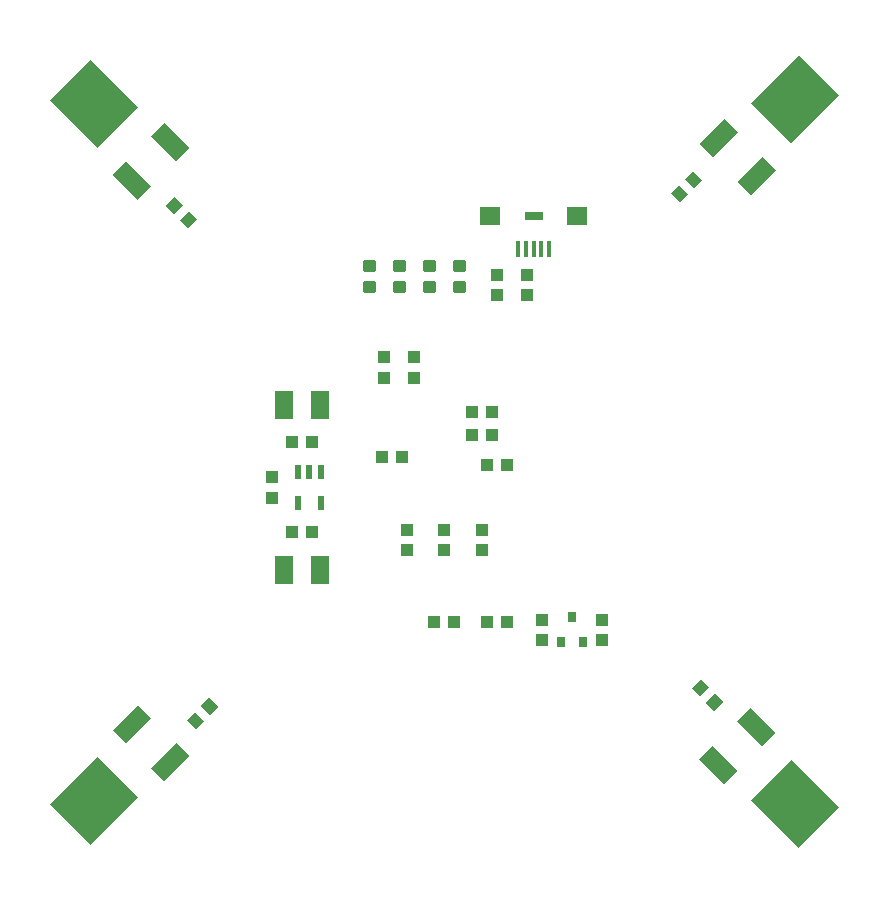
<source format=gtp>
G75*
%MOIN*%
%OFA0B0*%
%FSLAX25Y25*%
%IPPOS*%
%LPD*%
%AMOC8*
5,1,8,0,0,1.08239X$1,22.5*
%
%ADD10R,0.03937X0.04331*%
%ADD11R,0.06299X0.09449*%
%ADD12R,0.04331X0.03937*%
%ADD13C,0.01181*%
%ADD14R,0.01575X0.05709*%
%ADD15R,0.07087X0.05906*%
%ADD16R,0.05906X0.02756*%
%ADD17R,0.02165X0.04724*%
%ADD18R,0.06299X0.11811*%
%ADD19R,0.19000X0.22500*%
%ADD20R,0.03150X0.03543*%
D10*
G36*
X0408107Y0199373D02*
X0410890Y0202156D01*
X0413951Y0199095D01*
X0411168Y0196312D01*
X0408107Y0199373D01*
G37*
G36*
X0412840Y0204105D02*
X0415623Y0206888D01*
X0418684Y0203827D01*
X0415901Y0201044D01*
X0412840Y0204105D01*
G37*
X0481576Y0256005D03*
X0481576Y0262698D03*
X0494076Y0262698D03*
X0494076Y0256005D03*
X0506576Y0256005D03*
X0506576Y0262698D03*
X0508229Y0231851D03*
X0514922Y0231851D03*
X0497422Y0231851D03*
X0490729Y0231851D03*
X0436576Y0273505D03*
X0436576Y0280198D03*
X0484076Y0313505D03*
X0484076Y0320198D03*
X0503229Y0301851D03*
X0509922Y0301851D03*
X0509902Y0294351D03*
X0503209Y0294351D03*
G36*
X0575311Y0374597D02*
X0572528Y0371814D01*
X0569467Y0374875D01*
X0572250Y0377658D01*
X0575311Y0374597D01*
G37*
G36*
X0580044Y0379330D02*
X0577261Y0376547D01*
X0574200Y0379608D01*
X0576983Y0382391D01*
X0580044Y0379330D01*
G37*
G36*
X0408830Y0369087D02*
X0411613Y0366304D01*
X0408552Y0363243D01*
X0405769Y0366026D01*
X0408830Y0369087D01*
G37*
G36*
X0404097Y0373820D02*
X0406880Y0371037D01*
X0403819Y0367976D01*
X0401036Y0370759D01*
X0404097Y0373820D01*
G37*
G36*
X0579322Y0207115D02*
X0576539Y0209898D01*
X0579600Y0212959D01*
X0582383Y0210176D01*
X0579322Y0207115D01*
G37*
G36*
X0584054Y0202383D02*
X0581271Y0205166D01*
X0584332Y0208227D01*
X0587115Y0205444D01*
X0584054Y0202383D01*
G37*
D11*
X0452481Y0249351D03*
X0440670Y0249351D03*
X0440670Y0304351D03*
X0452481Y0304351D03*
D12*
X0449922Y0291851D03*
X0443229Y0291851D03*
X0443229Y0261851D03*
X0449922Y0261851D03*
X0473229Y0286851D03*
X0479922Y0286851D03*
X0508229Y0284351D03*
X0514922Y0284351D03*
X0474076Y0313505D03*
X0474076Y0320198D03*
X0511576Y0341005D03*
X0511576Y0347698D03*
X0521576Y0347698D03*
X0521576Y0341005D03*
X0526576Y0232698D03*
X0526576Y0226005D03*
X0546576Y0226005D03*
X0546576Y0232698D03*
D13*
X0500454Y0345150D02*
X0497698Y0345150D01*
X0500454Y0345150D02*
X0500454Y0342394D01*
X0497698Y0342394D01*
X0497698Y0345150D01*
X0497698Y0343574D02*
X0500454Y0343574D01*
X0500454Y0344754D02*
X0497698Y0344754D01*
X0497698Y0352056D02*
X0500454Y0352056D01*
X0500454Y0349300D01*
X0497698Y0349300D01*
X0497698Y0352056D01*
X0497698Y0350480D02*
X0500454Y0350480D01*
X0500454Y0351660D02*
X0497698Y0351660D01*
X0490454Y0352056D02*
X0487698Y0352056D01*
X0490454Y0352056D02*
X0490454Y0349300D01*
X0487698Y0349300D01*
X0487698Y0352056D01*
X0487698Y0350480D02*
X0490454Y0350480D01*
X0490454Y0351660D02*
X0487698Y0351660D01*
X0487698Y0345150D02*
X0490454Y0345150D01*
X0490454Y0342394D01*
X0487698Y0342394D01*
X0487698Y0345150D01*
X0487698Y0343574D02*
X0490454Y0343574D01*
X0490454Y0344754D02*
X0487698Y0344754D01*
X0480454Y0345150D02*
X0477698Y0345150D01*
X0480454Y0345150D02*
X0480454Y0342394D01*
X0477698Y0342394D01*
X0477698Y0345150D01*
X0477698Y0343574D02*
X0480454Y0343574D01*
X0480454Y0344754D02*
X0477698Y0344754D01*
X0477698Y0352056D02*
X0480454Y0352056D01*
X0480454Y0349300D01*
X0477698Y0349300D01*
X0477698Y0352056D01*
X0477698Y0350480D02*
X0480454Y0350480D01*
X0480454Y0351660D02*
X0477698Y0351660D01*
X0470454Y0352056D02*
X0467698Y0352056D01*
X0470454Y0352056D02*
X0470454Y0349300D01*
X0467698Y0349300D01*
X0467698Y0352056D01*
X0467698Y0350480D02*
X0470454Y0350480D01*
X0470454Y0351660D02*
X0467698Y0351660D01*
X0467698Y0345150D02*
X0470454Y0345150D01*
X0470454Y0342394D01*
X0467698Y0342394D01*
X0467698Y0345150D01*
X0467698Y0343574D02*
X0470454Y0343574D01*
X0470454Y0344754D02*
X0467698Y0344754D01*
D14*
X0518713Y0356493D03*
X0521272Y0356493D03*
X0523831Y0356493D03*
X0526391Y0356493D03*
X0528950Y0356493D03*
D15*
X0538335Y0367221D03*
X0509328Y0367221D03*
D16*
X0523831Y0367221D03*
D17*
X0452816Y0281970D03*
X0449076Y0281970D03*
X0445335Y0281970D03*
X0445335Y0271733D03*
X0452816Y0271733D03*
D18*
G36*
X0391959Y0204383D02*
X0396413Y0199929D01*
X0388063Y0191579D01*
X0383609Y0196033D01*
X0391959Y0204383D01*
G37*
G36*
X0404653Y0191688D02*
X0409107Y0187234D01*
X0400757Y0178884D01*
X0396303Y0183338D01*
X0404653Y0191688D01*
G37*
G36*
X0579044Y0186234D02*
X0583498Y0190688D01*
X0591848Y0182338D01*
X0587394Y0177884D01*
X0579044Y0186234D01*
G37*
G36*
X0591738Y0198929D02*
X0596192Y0203383D01*
X0604542Y0195033D01*
X0600088Y0190579D01*
X0591738Y0198929D01*
G37*
G36*
X0596192Y0374319D02*
X0591738Y0378773D01*
X0600088Y0387123D01*
X0604542Y0382669D01*
X0596192Y0374319D01*
G37*
G36*
X0583498Y0387014D02*
X0579044Y0391468D01*
X0587394Y0399818D01*
X0591848Y0395364D01*
X0583498Y0387014D01*
G37*
G36*
X0409107Y0389968D02*
X0404653Y0385514D01*
X0396303Y0393864D01*
X0400757Y0398318D01*
X0409107Y0389968D01*
G37*
G36*
X0396413Y0377273D02*
X0391959Y0372819D01*
X0383609Y0381169D01*
X0388063Y0385623D01*
X0396413Y0377273D01*
G37*
D19*
G36*
X0378392Y0187102D02*
X0391827Y0173667D01*
X0375918Y0157758D01*
X0362483Y0171193D01*
X0378392Y0187102D01*
G37*
G36*
X0596324Y0172667D02*
X0609759Y0186102D01*
X0625668Y0170193D01*
X0612233Y0156758D01*
X0596324Y0172667D01*
G37*
G36*
X0609759Y0391600D02*
X0596324Y0405035D01*
X0612233Y0420944D01*
X0625668Y0407509D01*
X0609759Y0391600D01*
G37*
G36*
X0391827Y0403535D02*
X0378392Y0390100D01*
X0362483Y0406009D01*
X0375918Y0419444D01*
X0391827Y0403535D01*
G37*
D20*
X0536576Y0233682D03*
X0540316Y0225414D03*
X0532835Y0225414D03*
M02*

</source>
